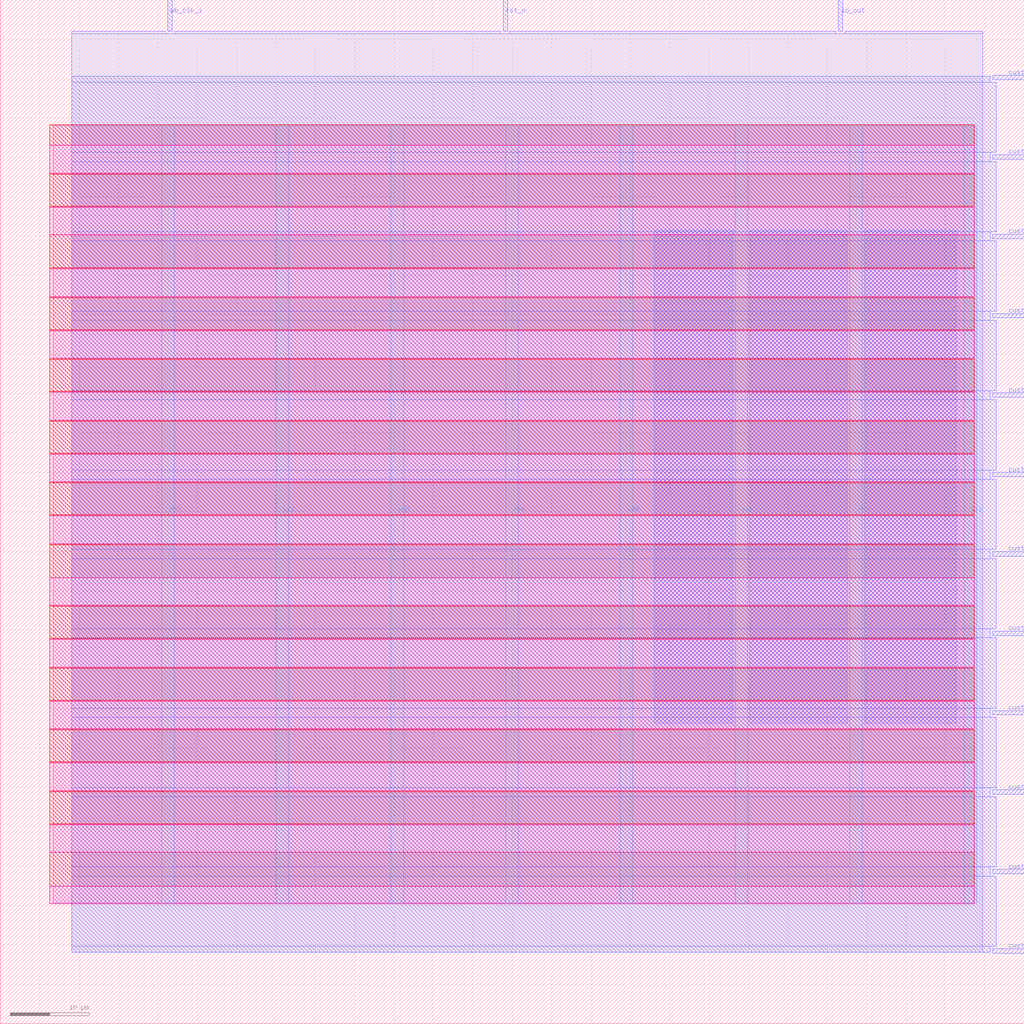
<source format=lef>
VERSION 5.7 ;
  NOWIREEXTENSIONATPIN ON ;
  DIVIDERCHAR "/" ;
  BUSBITCHARS "[]" ;
MACRO hellorld
  CLASS BLOCK ;
  FOREIGN hellorld ;
  ORIGIN 0.000 0.000 ;
  SIZE 130.000 BY 130.000 ;
  PIN custom_settings[0]
    DIRECTION INPUT ;
    USE SIGNAL ;
    ANTENNAGATEAREA 0.741000 ;
    ANTENNADIFFAREA 0.410400 ;
    PORT
      LAYER Metal3 ;
        RECT 126.000 8.960 130.000 9.520 ;
    END
  END custom_settings[0]
  PIN custom_settings[10]
    DIRECTION INPUT ;
    USE SIGNAL ;
    ANTENNAGATEAREA 0.741000 ;
    ANTENNADIFFAREA 0.410400 ;
    PORT
      LAYER Metal3 ;
        RECT 126.000 109.760 130.000 110.320 ;
    END
  END custom_settings[10]
  PIN custom_settings[11]
    DIRECTION INPUT ;
    USE SIGNAL ;
    ANTENNAGATEAREA 0.741000 ;
    ANTENNADIFFAREA 0.410400 ;
    PORT
      LAYER Metal3 ;
        RECT 126.000 119.840 130.000 120.400 ;
    END
  END custom_settings[11]
  PIN custom_settings[1]
    DIRECTION INPUT ;
    USE SIGNAL ;
    ANTENNAGATEAREA 0.741000 ;
    ANTENNADIFFAREA 0.410400 ;
    PORT
      LAYER Metal3 ;
        RECT 126.000 19.040 130.000 19.600 ;
    END
  END custom_settings[1]
  PIN custom_settings[2]
    DIRECTION INPUT ;
    USE SIGNAL ;
    ANTENNAGATEAREA 0.741000 ;
    ANTENNADIFFAREA 0.410400 ;
    PORT
      LAYER Metal3 ;
        RECT 126.000 29.120 130.000 29.680 ;
    END
  END custom_settings[2]
  PIN custom_settings[3]
    DIRECTION INPUT ;
    USE SIGNAL ;
    ANTENNAGATEAREA 0.741000 ;
    ANTENNADIFFAREA 0.410400 ;
    PORT
      LAYER Metal3 ;
        RECT 126.000 39.200 130.000 39.760 ;
    END
  END custom_settings[3]
  PIN custom_settings[4]
    DIRECTION INPUT ;
    USE SIGNAL ;
    ANTENNAGATEAREA 0.741000 ;
    ANTENNADIFFAREA 0.410400 ;
    PORT
      LAYER Metal3 ;
        RECT 126.000 49.280 130.000 49.840 ;
    END
  END custom_settings[4]
  PIN custom_settings[5]
    DIRECTION INPUT ;
    USE SIGNAL ;
    ANTENNAGATEAREA 0.741000 ;
    ANTENNADIFFAREA 0.410400 ;
    PORT
      LAYER Metal3 ;
        RECT 126.000 59.360 130.000 59.920 ;
    END
  END custom_settings[5]
  PIN custom_settings[6]
    DIRECTION INPUT ;
    USE SIGNAL ;
    ANTENNAGATEAREA 0.741000 ;
    ANTENNADIFFAREA 0.410400 ;
    PORT
      LAYER Metal3 ;
        RECT 126.000 69.440 130.000 70.000 ;
    END
  END custom_settings[6]
  PIN custom_settings[7]
    DIRECTION INPUT ;
    USE SIGNAL ;
    ANTENNAGATEAREA 0.741000 ;
    ANTENNADIFFAREA 0.410400 ;
    PORT
      LAYER Metal3 ;
        RECT 126.000 79.520 130.000 80.080 ;
    END
  END custom_settings[7]
  PIN custom_settings[8]
    DIRECTION INPUT ;
    USE SIGNAL ;
    ANTENNAGATEAREA 0.741000 ;
    ANTENNADIFFAREA 0.410400 ;
    PORT
      LAYER Metal3 ;
        RECT 126.000 89.600 130.000 90.160 ;
    END
  END custom_settings[8]
  PIN custom_settings[9]
    DIRECTION INPUT ;
    USE SIGNAL ;
    ANTENNAGATEAREA 0.741000 ;
    ANTENNADIFFAREA 0.410400 ;
    PORT
      LAYER Metal3 ;
        RECT 126.000 99.680 130.000 100.240 ;
    END
  END custom_settings[9]
  PIN io_out
    DIRECTION OUTPUT TRISTATE ;
    USE SIGNAL ;
    ANTENNADIFFAREA 4.731200 ;
    PORT
      LAYER Metal2 ;
        RECT 106.400 126.000 106.960 130.000 ;
    END
  END io_out
  PIN rst_n
    DIRECTION INPUT ;
    USE SIGNAL ;
    ANTENNAGATEAREA 0.741000 ;
    ANTENNADIFFAREA 0.410400 ;
    PORT
      LAYER Metal2 ;
        RECT 63.840 126.000 64.400 130.000 ;
    END
  END rst_n
  PIN vdd
    DIRECTION INOUT ;
    USE POWER ;
    PORT
      LAYER Metal4 ;
        RECT 20.480 15.380 22.080 113.980 ;
    END
    PORT
      LAYER Metal4 ;
        RECT 49.600 15.380 51.200 113.980 ;
    END
    PORT
      LAYER Metal4 ;
        RECT 78.720 15.380 80.320 113.980 ;
    END
    PORT
      LAYER Metal4 ;
        RECT 107.840 15.380 109.440 113.980 ;
    END
  END vdd
  PIN vss
    DIRECTION INOUT ;
    USE GROUND ;
    PORT
      LAYER Metal4 ;
        RECT 35.040 15.380 36.640 113.980 ;
    END
    PORT
      LAYER Metal4 ;
        RECT 64.160 15.380 65.760 113.980 ;
    END
    PORT
      LAYER Metal4 ;
        RECT 93.280 15.380 94.880 113.980 ;
    END
    PORT
      LAYER Metal4 ;
        RECT 122.400 15.380 124.000 113.980 ;
    END
  END vss
  PIN wb_clk_i
    DIRECTION INPUT ;
    USE SIGNAL ;
    ANTENNAGATEAREA 4.738000 ;
    ANTENNADIFFAREA 0.410400 ;
    PORT
      LAYER Metal2 ;
        RECT 21.280 126.000 21.840 130.000 ;
    END
  END wb_clk_i
  OBS
      LAYER Nwell ;
        RECT 6.290 111.520 123.630 114.110 ;
      LAYER Pwell ;
        RECT 6.290 108.000 123.630 111.520 ;
      LAYER Nwell ;
        RECT 6.290 107.875 28.945 108.000 ;
        RECT 6.290 103.805 123.630 107.875 ;
        RECT 6.290 103.680 14.945 103.805 ;
      LAYER Pwell ;
        RECT 6.290 100.160 123.630 103.680 ;
      LAYER Nwell ;
        RECT 6.290 95.965 123.630 100.160 ;
        RECT 6.290 95.840 60.435 95.965 ;
      LAYER Pwell ;
        RECT 6.290 92.320 123.630 95.840 ;
      LAYER Nwell ;
        RECT 6.290 92.195 12.705 92.320 ;
        RECT 6.290 88.125 123.630 92.195 ;
        RECT 6.290 88.000 31.720 88.125 ;
      LAYER Pwell ;
        RECT 6.290 84.480 123.630 88.000 ;
      LAYER Nwell ;
        RECT 6.290 84.355 59.185 84.480 ;
        RECT 6.290 80.285 123.630 84.355 ;
        RECT 6.290 80.160 90.545 80.285 ;
      LAYER Pwell ;
        RECT 6.290 76.640 123.630 80.160 ;
      LAYER Nwell ;
        RECT 6.290 76.515 51.905 76.640 ;
        RECT 6.290 72.445 123.630 76.515 ;
        RECT 6.290 72.320 42.385 72.445 ;
      LAYER Pwell ;
        RECT 6.290 68.800 123.630 72.320 ;
      LAYER Nwell ;
        RECT 6.290 68.675 105.665 68.800 ;
        RECT 6.290 64.605 123.630 68.675 ;
        RECT 6.290 64.480 12.705 64.605 ;
      LAYER Pwell ;
        RECT 6.290 60.960 123.630 64.480 ;
      LAYER Nwell ;
        RECT 6.290 60.835 13.825 60.960 ;
        RECT 6.290 56.640 123.630 60.835 ;
      LAYER Pwell ;
        RECT 6.290 53.120 123.630 56.640 ;
      LAYER Nwell ;
        RECT 6.290 52.995 27.825 53.120 ;
        RECT 6.290 48.925 123.630 52.995 ;
        RECT 6.290 48.800 12.705 48.925 ;
      LAYER Pwell ;
        RECT 6.290 45.280 123.630 48.800 ;
      LAYER Nwell ;
        RECT 6.290 45.155 72.280 45.280 ;
        RECT 6.290 41.085 123.630 45.155 ;
        RECT 6.290 40.960 12.705 41.085 ;
      LAYER Pwell ;
        RECT 6.290 37.440 123.630 40.960 ;
      LAYER Nwell ;
        RECT 6.290 37.315 79.000 37.440 ;
        RECT 6.290 33.245 123.630 37.315 ;
        RECT 6.290 33.120 89.425 33.245 ;
      LAYER Pwell ;
        RECT 6.290 29.600 123.630 33.120 ;
      LAYER Nwell ;
        RECT 6.290 29.475 20.545 29.600 ;
        RECT 6.290 25.405 123.630 29.475 ;
        RECT 6.290 25.280 39.025 25.405 ;
      LAYER Pwell ;
        RECT 6.290 21.760 123.630 25.280 ;
      LAYER Nwell ;
        RECT 6.290 17.440 123.630 21.760 ;
      LAYER Pwell ;
        RECT 6.290 15.250 123.630 17.440 ;
      LAYER Metal1 ;
        RECT 6.720 15.380 124.000 113.980 ;
      LAYER Metal2 ;
        RECT 9.100 125.700 20.980 126.000 ;
        RECT 22.140 125.700 63.540 126.000 ;
        RECT 64.700 125.700 106.100 126.000 ;
        RECT 107.260 125.700 124.740 126.000 ;
        RECT 9.100 9.050 124.740 125.700 ;
      LAYER Metal3 ;
        RECT 9.050 119.540 125.700 120.260 ;
        RECT 9.050 110.620 126.420 119.540 ;
        RECT 9.050 109.460 125.700 110.620 ;
        RECT 9.050 100.540 126.420 109.460 ;
        RECT 9.050 99.380 125.700 100.540 ;
        RECT 9.050 90.460 126.420 99.380 ;
        RECT 9.050 89.300 125.700 90.460 ;
        RECT 9.050 80.380 126.420 89.300 ;
        RECT 9.050 79.220 125.700 80.380 ;
        RECT 9.050 70.300 126.420 79.220 ;
        RECT 9.050 69.140 125.700 70.300 ;
        RECT 9.050 60.220 126.420 69.140 ;
        RECT 9.050 59.060 125.700 60.220 ;
        RECT 9.050 50.140 126.420 59.060 ;
        RECT 9.050 48.980 125.700 50.140 ;
        RECT 9.050 40.060 126.420 48.980 ;
        RECT 9.050 38.900 125.700 40.060 ;
        RECT 9.050 29.980 126.420 38.900 ;
        RECT 9.050 28.820 125.700 29.980 ;
        RECT 9.050 19.900 126.420 28.820 ;
        RECT 9.050 18.740 125.700 19.900 ;
        RECT 9.050 9.820 126.420 18.740 ;
        RECT 9.050 9.100 125.700 9.820 ;
      LAYER Metal4 ;
        RECT 83.020 38.170 92.980 100.710 ;
        RECT 95.180 38.170 107.540 100.710 ;
        RECT 109.740 38.170 121.380 100.710 ;
  END
END hellorld
END LIBRARY


</source>
